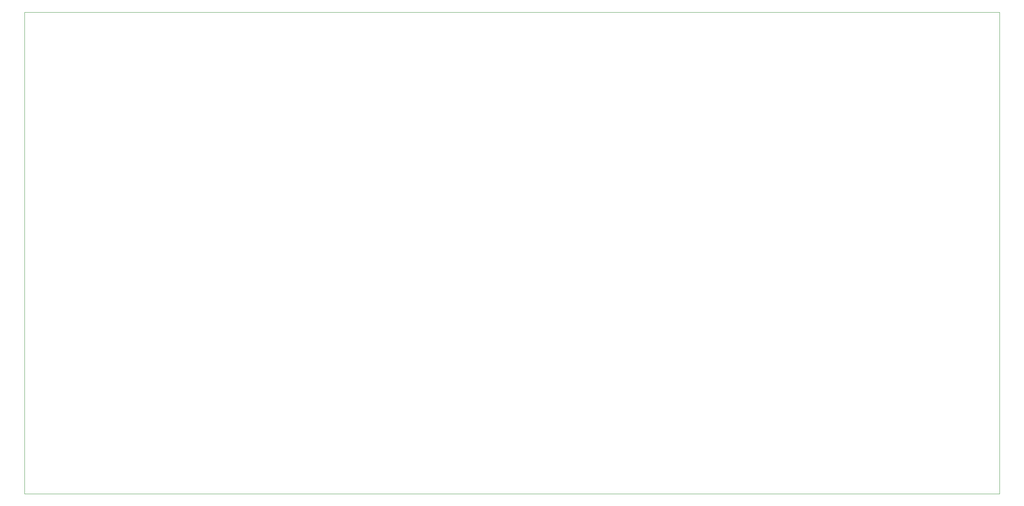
<source format=gbo>
%FSLAX44Y44*%
%MOMM*%
G71*
G01*
G75*
G04 Layer_Color=32896*
%ADD10O,2.1000X0.4500*%
%ADD11R,1.2000X1.3500*%
%ADD12R,0.8000X0.7000*%
%ADD13R,1.3500X1.2000*%
%ADD14R,0.7000X0.8000*%
%ADD15R,1.3000X0.8000*%
%ADD16R,2.8000X1.3500*%
%ADD17O,0.6000X1.8000*%
%ADD18R,7.4000X5.0000*%
%ADD19R,5.3500X8.5400*%
%ADD20R,0.8900X3.0600*%
%ADD21O,0.3500X1.5500*%
%ADD22R,1.3500X2.8000*%
%ADD23O,0.3500X2.2000*%
%ADD24O,0.6000X2.2000*%
%ADD25C,0.1524*%
%ADD26C,0.2540*%
%ADD27C,0.7620*%
%ADD28C,0.5080*%
%ADD29C,1.0160*%
%ADD30C,0.2032*%
%ADD31C,0.3048*%
%ADD32R,177.7702X1.3208*%
%ADD33C,0.1000*%
%ADD34R,2.5400X2.5400*%
%ADD35C,2.5400*%
%ADD36R,1.5000X1.5000*%
%ADD37C,1.5000*%
%ADD38R,2.5400X2.5400*%
%ADD39C,7.0000*%
%ADD40C,0.7000*%
%ADD41C,0.6600*%
%ADD42C,1.2700*%
G04:AMPARAMS|DCode=43|XSize=3.024mm|YSize=3.024mm|CornerRadius=0mm|HoleSize=0mm|Usage=FLASHONLY|Rotation=0.000|XOffset=0mm|YOffset=0mm|HoleType=Round|Shape=Relief|Width=0.254mm|Gap=0.254mm|Entries=4|*
%AMTHD43*
7,0,0,3.0240,2.5160,0.2540,45*
%
%ADD43THD43*%
%ADD44C,2.5160*%
%ADD45C,1.9160*%
G04:AMPARAMS|DCode=46|XSize=2.424mm|YSize=2.424mm|CornerRadius=0mm|HoleSize=0mm|Usage=FLASHONLY|Rotation=0.000|XOffset=0mm|YOffset=0mm|HoleType=Round|Shape=Relief|Width=0.254mm|Gap=0.254mm|Entries=4|*
%AMTHD46*
7,0,0,2.4240,1.9160,0.2540,45*
%
%ADD46THD46*%
%ADD47C,4.2160*%
G04:AMPARAMS|DCode=48|XSize=1.824mm|YSize=1.824mm|CornerRadius=0mm|HoleSize=0mm|Usage=FLASHONLY|Rotation=0.000|XOffset=0mm|YOffset=0mm|HoleType=Round|Shape=Relief|Width=0.254mm|Gap=0.254mm|Entries=4|*
%AMTHD48*
7,0,0,1.8240,1.3160,0.2540,45*
%
%ADD48THD48*%
%ADD49C,1.3160*%
%ADD50C,1.3460*%
G04:AMPARAMS|DCode=51|XSize=2.2352mm|YSize=2.2352mm|CornerRadius=0mm|HoleSize=0mm|Usage=FLASHONLY|Rotation=0.000|XOffset=0mm|YOffset=0mm|HoleType=Round|Shape=Relief|Width=0.254mm|Gap=0.254mm|Entries=4|*
%AMTHD51*
7,0,0,2.2352,1.7272,0.2540,45*
%
%ADD51THD51*%
%ADD52C,1.7272*%
%ADD53C,2.5400*%
%ADD54C,0.6000*%
%ADD55C,0.2500*%
%ADD56C,0.3810*%
%ADD57C,0.2000*%
%ADD58C,0.1270*%
%ADD59R,1.4732X3.1750*%
%ADD60O,2.1508X0.5008*%
%ADD61R,1.2508X1.4008*%
%ADD62R,0.8508X0.7508*%
%ADD63R,1.4008X1.2508*%
%ADD64R,0.7508X0.8508*%
%ADD65R,1.3508X0.8508*%
%ADD66R,2.8508X1.4008*%
%ADD67O,0.6508X1.8508*%
%ADD68R,7.4508X5.0508*%
%ADD69R,5.4008X8.5908*%
%ADD70R,0.9408X3.1108*%
%ADD71O,0.4008X1.6008*%
%ADD72R,1.4008X2.8508*%
%ADD73O,0.4008X2.2508*%
%ADD74O,0.6508X2.2508*%
%ADD75R,2.5908X2.5908*%
%ADD76C,2.5908*%
%ADD77R,1.5508X1.5508*%
%ADD78C,1.5508*%
%ADD79R,2.5908X2.5908*%
%ADD80C,7.0508*%
%ADD81C,0.7508*%
D33*
X0Y1100000D02*
X2225000D01*
Y0D02*
Y1100000D01*
X0Y0D02*
X2225000D01*
X0D02*
Y1100000D01*
M02*

</source>
